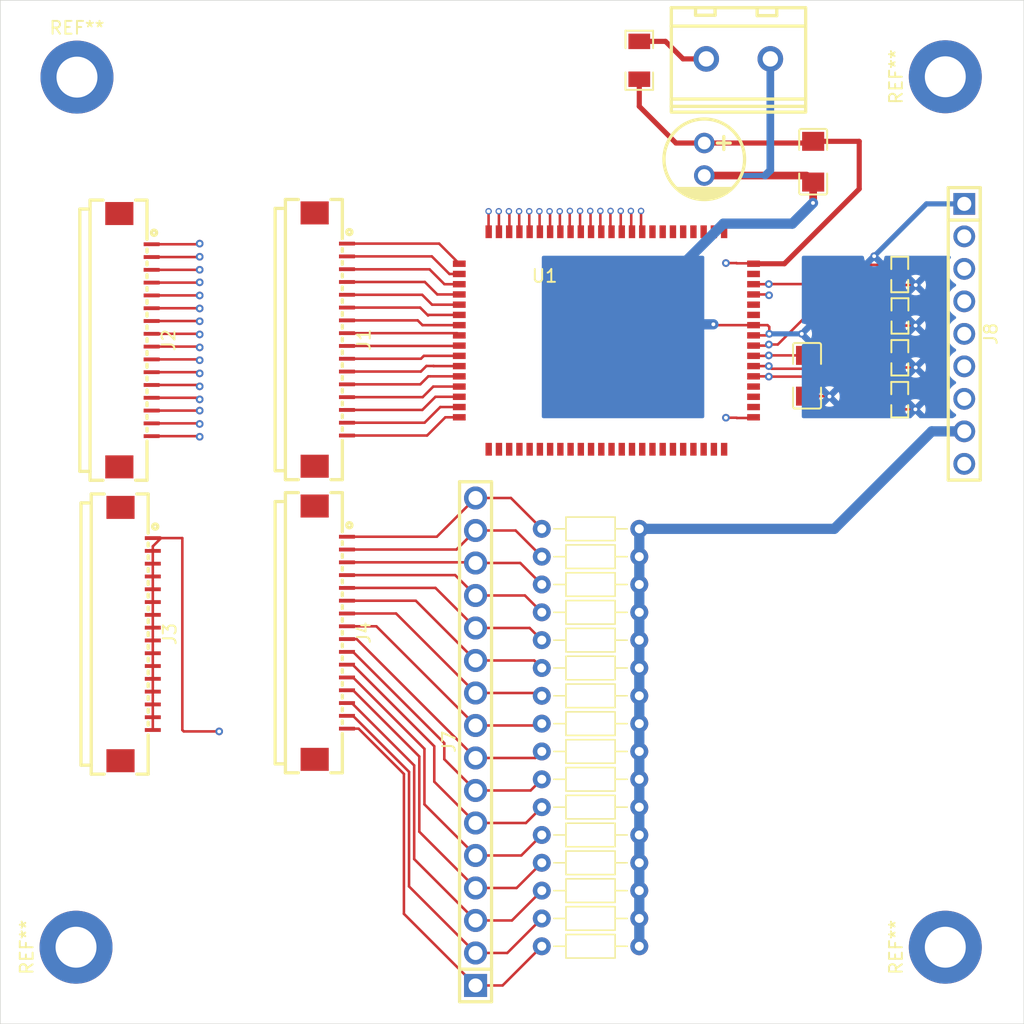
<source format=kicad_pcb>
(kicad_pcb (version 20241229) (generator "pcbnew") (generator_version "9.0")
  (layers (0 "F.Cu" signal) (4 "In1.Cu" signal) (6 "In2.Cu" signal) (2 "B.Cu" signal) (13 "F.Paste" user) (15 "B.Paste" user) (5 "F.SilkS" user "F.Silkscreen") (7 "B.SilkS" user "B.Silkscreen") (1 "F.Mask" user) (3 "B.Mask" user) (25 "Edge.Cuts" user))
  (net 0 "")
  (net 30 "Net-(J1-Pin_12)")
  (net 31 "Net-(J1-Pin_11)")
  (net 32 "Net-(J1-Pin_10)")
  (net 33 "Net-(J1-Pin_1)")
  (net 34 "Net-(J1-Pin_6)")
  (net 35 "Net-(J1-Pin_13)")
  (net 36 "Net-(J1-Pin_4)")
  (net 37 "Net-(J1-Pin_8)")
  (net 38 "Net-(J1-Pin_16)")
  (net 39 "Net-(J1-Pin_14)")
  (net 40 "Net-(J1-Pin_3)")
  (net 41 "Net-(J1-Pin_2)")
  (net 42 "Net-(J1-Pin_7)")
  (net 43 "Net-(J1-Pin_9)")
  (net 44 "Net-(J1-Pin_5)")
  (net 45 "Net-(J1-Pin_15)")
  (net 46 "Net-(J2-Pin_7)")
  (net 47 "Net-(J2-Pin_15)")
  (net 48 "Net-(J2-Pin_5)")
  (net 49 "Net-(J2-Pin_6)")
  (net 50 "Net-(J2-Pin_1)")
  (net 51 "Net-(J2-Pin_16)")
  (net 52 "Net-(J2-Pin_8)")
  (net 53 "Net-(J2-Pin_14)")
  (net 54 "Net-(J2-Pin_11)")
  (net 55 "Net-(J2-Pin_12)")
  (net 56 "Net-(J2-Pin_13)")
  (net 57 "Net-(J2-Pin_10)")
  (net 58 "Net-(J2-Pin_4)")
  (net 59 "Net-(J2-Pin_2)")
  (net 60 "Net-(J2-Pin_9)")
  (net 61 "Net-(J2-Pin_3)")
  (net 62 "GND")
  (net 63 "+100V")
  (net 73 "+3.3V")
  (net 74 "Net-(J4-Pin_8)")
  (net 75 "Net-(J4-Pin_1)")
  (net 76 "Net-(J4-Pin_15)")
  (net 77 "Net-(J4-Pin_16)")
  (net 78 "Net-(J4-Pin_13)")
  (net 79 "Net-(J4-Pin_14)")
  (net 80 "Net-(J4-Pin_2)")
  (net 81 "Net-(J4-Pin_3)")
  (net 82 "Net-(J4-Pin_12)")
  (net 83 "Net-(J4-Pin_4)")
  (net 84 "Net-(J4-Pin_9)")
  (net 85 "Net-(J4-Pin_10)")
  (net 86 "Net-(J4-Pin_7)")
  (net 87 "Net-(J4-Pin_11)")
  (net 88 "Net-(J4-Pin_6)")
  (net 89 "Net-(J4-Pin_5)")
  (net 90 "Net-(J8-Pin_5)")
  (net 91 "Net-(J5-Pin_1)")
  (net 92 "Net-(J8-Pin_3)")
  (net 93 "Net-(J8-Pin_6)")
  (net 94 "Net-(J8-Pin_2)")
  (net 95 "Net-(J8-Pin_7)")
  (net 96 "Net-(J8-Pin_4)")
  (net 97 "AGND")
  (footprint "" (layer "F.Cu") (at 108.562597 84.373753 -90)
    (property "Reference" "")
    (property "Value" "")
  )
  (footprint "" (layer "F.Cu") (at 106.973819 84.373753 -90)
    (property "Reference" "")
    (property "Value" "")
  )
  (footprint "" (layer "F.Cu") (at 121.92 93.98)
    (property "Reference" "")
    (property "Value" "")
  )
  (footprint "" (layer "F.Cu") (at 124.082827 98.875426 -90)
    (property "Reference" "")
    (property "Value" "")
  )
  (footprint "TP_Library:standard via" (layer "F.Cu") (at 74.860196 97.069567)
    (property "Reference" "REF**" (hide yes))
    (property "Value" "standard via" (hide yes))
  )
  (footprint "TP_Library:FPC-SMD_16P-P1.00_XF3M1-1615-1B" (layer "F.Cu") (at 69.934131 117.443277 -90)
    (property "Reference" "J3")
    (property "Value" "Conn_01x16_Pin")
  )
  (footprint "" (layer "F.Cu") (at 130.812057 93.334094)
    (property "Reference" "")
    (property "Value" "")
  )
  (footprint "" (layer "F.Cu") (at 109.356986 84.373753 -90)
    (property "Reference" "")
    (property "Value" "")
  )
  (footprint "" (layer "F.Cu") (at 119.344868 97.322985 -90)
    (property "Reference" "")
    (property "Value" "")
  )
  (footprint "" (layer "F.Cu") (at 115.991361 100.534379)
    (property "Reference" "")
    (property "Value" "")
  )
  (footprint "TP_Library:HDR-TH_16P-P2.54-V-M" (layer "F.Cu") (at 96.422876 125.859498 90)
    (property "Reference" "J7")
    (property "Value" "Conn_01x16_Pin")
  )
  (footprint "Resistor_THT:R_Axial_DIN0204_L3.6mm_D1.6mm_P7.62mm_Horizontal" (layer "F.Cu") (at 101.6 122.270769)
    (property "Reference" "R11" (hide yes))
    (property "Value" "10k" (hide yes))
  )
  (footprint "" (layer "F.Cu") (at 74.860196 102.022415)
    (property "Reference" "")
    (property "Value" "")
  )
  (footprint "" (layer "F.Cu") (at 102.207486 84.398924 -90)
    (property "Reference" "")
    (property "Value" "")
  )
  (footprint "" (layer "F.Cu") (at 104.590653 84.373753 -90)
    (property "Reference" "")
    (property "Value" "")
  )
  (footprint "" (layer "F.Cu") (at 105.385042 84.373753 -90)
    (property "Reference" "")
    (property "Value" "")
  )
  (footprint "TP_Library:standard via" (layer "F.Cu") (at 74.860196 99.102083)
    (property "Reference" "REF**" (hide yes))
    (property "Value" "standard via" (hide yes))
  )
  (footprint "TP_Library:R0603" (layer "F.Cu") (at 129.576112 99.123353 -90)
    (property "Reference" "R2" (hide yes))
    (property "Value" "10k" (hide yes))
  )
  (footprint "TP_Library:standard via" (layer "F.Cu") (at 74.860196 86.926339)
    (property "Reference" "REF**" (hide yes))
    (property "Value" "standard via" (hide yes))
  )
  (footprint "" (layer "F.Cu") (at 119.344868 95.666623 -90)
    (property "Reference" "")
    (property "Value" "")
  )
  (footprint "Resistor_THT:R_Axial_DIN0204_L3.6mm_D1.6mm_P7.62mm_Horizontal" (layer "F.Cu") (at 101.6 126.621025)
    (property "Reference" "R13" (hide yes))
    (property "Value" "10k" (hide yes))
  )
  (footprint "" (layer "F.Cu") (at 98.235542 84.398924 -90)
    (property "Reference" "")
    (property "Value" "")
  )
  (footprint "MountingHole:MountingHole_3.2mm_M3_ISO7380_Pad" (layer "F.Cu") (at 65.270284 73.914303)
    (property "Reference" "REF**")
    (property "Value" "MountingHole_3.2mm_M3_ISO7380_Pad" (hide yes))
  )
  (footprint "TP_Library:C1206" (layer "F.Cu") (at 122.810563 80.525201 -90)
    (property "Reference" "C2" (hide yes))
    (property "Value" "100nF")
  )
  (footprint "TP_Library:standard via" (layer "F.Cu") (at 74.860196 98.085945)
    (property "Reference" "REF**" (hide yes))
    (property "Value" "standard via" (hide yes))
  )
  (footprint "" (layer "F.Cu") (at 97.441153 84.398924 -90)
    (property "Reference" "")
    (property "Value" "")
  )
  (footprint "TP_Library:FPC-SMD_16P-P1.00_XF3M1-1615-1B" (layer "F.Cu") (at 69.843 94.476339 -90)
    (property "Reference" "J2")
    (property "Value" "Conn_01x16_Pin")
  )
  (footprint "TP_Library:R1206" (layer "F.Cu") (at 109.22 72.599 -90)
    (property "Reference" "R21" (hide yes))
    (property "Value" "68k")
  )
  (footprint "" (layer "F.Cu") (at 127.577796 87.906912)
    (property "Reference" "")
    (property "Value" "")
  )
  (footprint "" (layer "F.Cu") (at 103.796264 84.373753 -90)
    (property "Reference" "")
    (property "Value" "")
  )
  (footprint "HV507:HV507PG-G" (layer "F.Cu") (at 106.65 94.5)
    (property "Reference" "U1")
    (property "Value" "HV507")
  )
  (footprint "" (layer "F.Cu") (at 130.828107 90.164238 -90)
    (property "Reference" "")
    (property "Value" "")
  )
  (footprint "TP_Library:standard via" (layer "F.Cu") (at 74.860196 91.996185)
    (property "Reference" "REF**" (hide yes))
    (property "Value" "standard via" (hide yes))
  )
  (footprint "TP_Library:standard via" (layer "F.Cu") (at 119.344868 90.090665 -90)
    (property "Reference" "REF**" (hide yes))
    (property "Value" "standard via" (hide yes))
  )
  (footprint "TP_Library:standard via" (layer "F.Cu") (at 74.860196 90.979807)
    (property "Reference" "REF**" (hide yes))
    (property "Value" "standard via" (hide yes))
  )
  (footprint "Resistor_THT:R_Axial_DIN0204_L3.6mm_D1.6mm_P7.62mm_Horizontal" (layer "F.Cu") (at 101.6 135.321538)
    (property "Reference" "R17" (hide yes))
    (property "Value" "10k" (hide yes))
  )
  (footprint "" (layer "F.Cu") (at 115.010311 93.233679)
    (property "Reference" "")
    (property "Value" "")
  )
  (footprint "" (layer "F.Cu") (at 119.360792 90.963712 -90)
    (property "Reference" "")
    (property "Value" "")
  )
  (footprint "TP_Library:R0603" (layer "F.Cu") (at 129.584136 95.849173 -90)
    (property "Reference" "R4" (hide yes))
    (property "Value" "10k" (hide yes))
  )
  (footprint "MountingHole:MountingHole_3.2mm_M3_ISO7380_Pad" (layer "F.Cu") (at 65.195959 141.919829 90)
    (property "Reference" "REF**")
    (property "Value" "MountingHole_3.2mm_M3_ISO7380_Pad" (hide yes))
  )
  (footprint "Resistor_THT:R_Axial_DIN0204_L3.6mm_D1.6mm_P7.62mm_Horizontal" (layer "F.Cu") (at 101.6 128.796153)
    (property "Reference" "R14" (hide yes))
    (property "Value" "10k" (hide yes))
  )
  (footprint "" (layer "F.Cu") (at 76.385752 125.054224)
    (property "Reference" "")
    (property "Value" "")
  )
  (footprint "" (layer "F.Cu") (at 130.798013 99.879214)
    (property "Reference" "")
    (property "Value" "")
  )
  (footprint "TP_Library:R0603" (layer "F.Cu") (at 129.576112 89.340938 -90)
    (property "Reference" "R1" (hide yes))
    (property "Value" "10k" (hide yes))
  )
  (footprint "MountingHole:MountingHole_3.2mm_M3_ISO7380_Pad" (layer "F.Cu") (at 133.137304 141.919829 90)
    (property "Reference" "REF**")
    (property "Value" "MountingHole_3.2mm_M3_ISO7380_Pad" (hide yes))
  )
  (footprint "" (layer "F.Cu") (at 107.768208 84.373753 -90)
    (property "Reference" "")
    (property "Value" "")
  )
  (footprint "" (layer "F.Cu") (at 119.347987 94.812314 -90)
    (property "Reference" "")
    (property "Value" "")
  )
  (footprint "" (layer "F.Cu") (at 99.029931 84.398924 -90)
    (property "Reference" "")
    (property "Value" "")
  )
  (footprint "TP_Library:standard via" (layer "F.Cu") (at 74.860196 89.951869)
    (property "Reference" "REF**" (hide yes))
    (property "Value" "standard via" (hide yes))
  )
  (footprint "" (layer "F.Cu") (at 122.798732 83.747775)
    (property "Reference" "")
    (property "Value" "")
  )
  (footprint "TP_Library:standard via" (layer "F.Cu") (at 74.860196 95.041066)
    (property "Reference" "REF**" (hide yes))
    (property "Value" "standard via" (hide yes))
  )
  (footprint "TP_Library:R0603" (layer "F.Cu") (at 129.594168 92.580625 -90)
    (property "Reference" "R3" (hide yes))
    (property "Value" "10k" (hide yes))
  )
  (footprint "" (layer "F.Cu") (at 101.413097 84.398924 -90)
    (property "Reference" "")
    (property "Value" "")
  )
  (footprint "" (layer "F.Cu") (at 119.38 93.98 -90)
    (property "Reference" "")
    (property "Value" "")
  )
  (footprint "Resistor_THT:R_Axial_DIN0204_L3.6mm_D1.6mm_P7.62mm_Horizontal" (layer "F.Cu") (at 101.6 115.745384)
    (property "Reference" "R8" (hide yes))
    (property "Value" "10k" (hide yes))
  )
  (footprint "" (layer "F.Cu") (at 100.618708 84.398924 -90)
    (property "Reference" "")
    (property "Value" "")
  )
  (footprint "TP_Library:CAP-TH_BD6.3-P2.50-D1.0-FD" (layer "F.Cu") (at 114.3 80.335113 -90)
    (property "Reference" "C3" (hide yes))
    (property "Value" "4.7uF" (hide yes))
  )
  (footprint "Resistor_THT:R_Axial_DIN0204_L3.6mm_D1.6mm_P7.62mm_Horizontal" (layer "F.Cu") (at 101.6 130.971281)
    (property "Reference" "R15" (hide yes))
    (property "Value" "10k" (hide yes))
  )
  (footprint "TP_Library:CONN-TH_2P-P5.00_CPC3703CTR" (layer "F.Cu") (at 116.958463 72.488678)
    (property "Reference" "J5" (hide yes))
    (property "Value" "Conn_01x02_Pin" (hide yes))
  )
  (footprint "Resistor_THT:R_Axial_DIN0204_L3.6mm_D1.6mm_P7.62mm_Horizontal" (layer "F.Cu") (at 101.6 113.570256)
    (property "Reference" "R7" (hide yes))
    (property "Value" "10k" (hide yes))
  )
  (footprint "TP_Library:FPC-SMD_16P-P1.00_XF3M1-1615-1B" (layer "F.Cu") (at 85.110196 94.426339 -90)
    (property "Reference" "J1")
    (property "Value" "Conn_01x16_Pin")
  )
  (footprint "TP_Library:standard via" (layer "F.Cu") (at 74.860196 87.954277)
    (property "Reference" "REF**" (hide yes))
    (property "Value" "standard via" (hide yes))
  )
  (footprint "Resistor_THT:R_Axial_DIN0204_L3.6mm_D1.6mm_P7.62mm_Horizontal" (layer "F.Cu") (at 101.6 111.395128)
    (property "Reference" "R6" (hide yes))
    (property "Value" "10k" (hide yes))
  )
  (footprint "" (layer "F.Cu") (at 115.991361 88.447098)
    (property "Reference" "")
    (property "Value" "")
  )
  (footprint "" (layer "F.Cu") (at 130.824093 96.607428)
    (property "Reference" "")
    (property "Value" "")
  )
  (footprint "Resistor_THT:R_Axial_DIN0204_L3.6mm_D1.6mm_P7.62mm_Horizontal" (layer "F.Cu") (at 101.6 133.146409)
    (property "Reference" "R16" (hide yes))
    (property "Value" "10k" (hide yes))
  )
  (footprint "TP_Library:standard via" (layer "F.Cu") (at 74.860196 94.024688)
    (property "Reference" "REF**" (hide yes))
    (property "Value" "standard via" (hide yes))
  )
  (footprint "" (layer "F.Cu") (at 119.344868 96.5 -90)
    (property "Reference" "")
    (property "Value" "")
  )
  (footprint "Resistor_THT:R_Axial_DIN0204_L3.6mm_D1.6mm_P7.62mm_Horizontal" (layer "F.Cu") (at 101.6 117.920513)
    (property "Reference" "R9" (hide yes))
    (property "Value" "10k" (hide yes))
  )
  (footprint "TP_Library:C1206" (layer "F.Cu") (at 122.331947 97.256505 -90)
    (property "Reference" "C1" (hide yes))
    (property "Value" "100nF" (hide yes))
  )
  (footprint "TP_Library:standard via" (layer "F.Cu") (at 74.860196 88.970655)
    (property "Reference" "REF**" (hide yes))
    (property "Value" "standard via" (hide yes))
  )
  (footprint "TP_Library:standard via" (layer "F.Cu") (at 74.860196 99.978682)
    (property "Reference" "REF**" (hide yes))
    (property "Value" "standard via" (hide yes))
  )
  (footprint "TP_Library:standard via" (layer "F.Cu") (at 74.860196 101.022196)
    (property "Reference" "REF**" (hide yes))
    (property "Value" "standard via" (hide yes))
  )
  (footprint "TP_Library:standard via" (layer "F.Cu") (at 74.860196 96.041629)
    (property "Reference" "REF**" (hide yes))
    (property "Value" "standard via" (hide yes))
  )
  (footprint "Resistor_THT:R_Axial_DIN0204_L3.6mm_D1.6mm_P7.62mm_Horizontal" (layer "F.Cu") (at 101.6 141.846922)
    (property "Reference" "R20" (hide yes))
    (property "Value" "10k" (hide yes))
  )
  (footprint "TP_Library:HDR-TH_9P-P2.54-V-M" (layer "F.Cu") (at 134.62 93.98 -90)
    (property "Reference" "J8")
    (property "Value" "conn 9" (hide yes))
  )
  (footprint "" (layer "F.Cu") (at 106.179431 84.373753 -90)
    (property "Reference" "")
    (property "Value" "")
  )
  (footprint "TP_Library:FPC-SMD_16P-P1.00_XF3M1-1615-1B" (layer "F.Cu") (at 85.109851 117.337046 -90)
    (property "Reference" "J4")
    (property "Value" "Conn_01x16_Pin")
  )
  (footprint "" (layer "F.Cu") (at 99.82432 84.398924 -90)
    (property "Reference" "")
    (property "Value" "")
  )
  (footprint "Resistor_THT:R_Axial_DIN0204_L3.6mm_D1.6mm_P7.62mm_Horizontal" (layer "F.Cu") (at 101.6 120.095641)
    (property "Reference" "R10" (hide yes))
    (property "Value" "10k" (hide yes))
  )
  (footprint "MountingHole:MountingHole_3.2mm_M3_ISO7380_Pad" (layer "F.Cu") (at 133.137304 73.885921 90)
    (property "Reference" "REF**")
    (property "Value" "MountingHole_3.2mm_M3_ISO7380_Pad" (hide yes))
  )
  (footprint "Resistor_THT:R_Axial_DIN0204_L3.6mm_D1.6mm_P7.62mm_Horizontal" (layer "F.Cu") (at 101.6 137.496666)
    (property "Reference" "R18" (hide yes))
    (property "Value" "10k" (hide yes))
  )
  (footprint "" (layer "F.Cu") (at 103.001875 84.398924 -90)
    (property "Reference" "")
    (property "Value" "")
  )
  (footprint "Resistor_THT:R_Axial_DIN0204_L3.6mm_D1.6mm_P7.62mm_Horizontal" (layer "F.Cu") (at 101.6 139.671794)
    (property "Reference" "R19" (hide yes))
    (property "Value" "10k" (hide yes))
  )
  (footprint "TP_Library:standard via" (layer "F.Cu") (at 74.860196 92.99675)
    (property "Reference" "REF**" (hide yes))
    (property "Value" "standard via" (hide yes))
  )
  (footprint "Resistor_THT:R_Axial_DIN0204_L3.6mm_D1.6mm_P7.62mm_Horizontal" (layer "F.Cu") (at 101.6 109.22)
    (property "Reference" "R5" (hide yes))
    (property "Value" "10k" (hide yes))
  )
  (footprint "Resistor_THT:R_Axial_DIN0204_L3.6mm_D1.6mm_P7.62mm_Horizontal" (layer "F.Cu") (at 101.6 124.445897)
    (property "Reference" "R12" (hide yes))
    (property "Value" "10k" (hide yes))
  )
  (gr_rect (start 59.278456 67.911143) (end 139.278456 147.911143) (stroke (width 0.05)) (fill no) (layer "Edge.Cuts"))
  (segment (start 92.102683 97.926339) (end 92.729022 97.3) (width 0.2) (layer "F.Cu") (net 30))
  (segment (start 92.87201 97.3) (end 95.15 97.3) (width 0.2) (layer "F.Cu") (net 30))
  (segment (start 92.729022 97.3) (end 92.87201 97.3) (width 0.2) (layer "F.Cu") (net 30))
  (segment (start 86.020196 97.926339) (end 92.102683 97.926339) (width 0.2) (layer "F.Cu") (net 30))
  (segment (start 92.584235 96.490168) (end 93.138834 96.490168) (width 0.2) (layer "F.Cu") (net 31))
  (segment (start 93.148666 96.5) (end 95.15 96.5) (width 0.2) (layer "F.Cu") (net 31))
  (segment (start 93.138834 96.490168) (end 93.148666 96.5) (width 0.2) (layer "F.Cu") (net 31))
  (segment (start 92.148064 96.926339) (end 92.584235 96.490168) (width 0.2) (layer "F.Cu") (net 31))
  (segment (start 86.020196 96.926339) (end 92.148064 96.926339) (width 0.2) (layer "F.Cu") (net 31))
  (segment (start 92.378012 95.7) (end 95.15 95.7) (width 0.2) (layer "F.Cu") (net 32))
  (segment (start 86.020196 95.926339) (end 92.151673 95.926339) (width 0.2) (layer "F.Cu") (net 32))
  (segment (start 92.151673 95.926339) (end 92.378012 95.7) (width 0.2) (layer "F.Cu") (net 32))
  (segment (start 86.020196 86.926339) (end 93.576339 86.926339) (width 0.2) (layer "F.Cu") (net 33))
  (segment (start 93.576339 86.926339) (end 95.15 88.5) (width 0.2) (layer "F.Cu") (net 33))
  (segment (start 92.709156 92.543039) (end 92.752195 92.5) (width 0.2) (layer "F.Cu") (net 34))
  (segment (start 92.092456 91.926339) (end 92.709156 92.543039) (width 0.2) (layer "F.Cu") (net 34))
  (segment (start 92.752195 92.5) (end 95.15 92.5) (width 0.2) (layer "F.Cu") (net 34))
  (segment (start 86.020196 91.926339) (end 92.092456 91.926339) (width 0.2) (layer "F.Cu") (net 34))
  (segment (start 92.288499 98.926339) (end 93.114838 98.1) (width 0.2) (layer "F.Cu") (net 35))
  (segment (start 93.114838 98.1) (end 95.15 98.1) (width 0.2) (layer "F.Cu") (net 35))
  (segment (start 86.020196 98.926339) (end 92.288499 98.926339) (width 0.2) (layer "F.Cu") (net 35))
  (segment (start 92.458495 89.926339) (end 93.432156 90.9) (width 0.2) (layer "F.Cu") (net 36))
  (segment (start 86.020196 89.926339) (end 92.458495 89.926339) (width 0.2) (layer "F.Cu") (net 36))
  (segment (start 93.432156 90.9) (end 95.15 90.9) (width 0.2) (layer "F.Cu") (net 36))
  (segment (start 94.976339 93.926339) (end 95.15 94.1) (width 0.2) (layer "F.Cu") (net 37))
  (segment (start 86.020196 93.926339) (end 94.976339 93.926339) (width 0.2) (layer "F.Cu") (net 37))
  (segment (start 94.061424 100.5) (end 95.15 100.5) (width 0.2) (layer "F.Cu") (net 38))
  (segment (start 86.020196 101.926339) (end 92.635085 101.926339) (width 0.2) (layer "F.Cu") (net 38))
  (segment (start 92.635085 101.926339) (end 94.061424 100.5) (width 0.2) (layer "F.Cu") (net 38))
  (segment (start 92.263452 99.926339) (end 93.289791 98.9) (width 0.2) (layer "F.Cu") (net 39))
  (segment (start 86.020196 99.926339) (end 92.263452 99.926339) (width 0.2) (layer "F.Cu") (net 39))
  (segment (start 93.289791 98.9) (end 95.15 98.9) (width 0.2) (layer "F.Cu") (net 39))
  (segment (start 93.99137 90.1) (end 95.15 90.1) (width 0.2) (layer "F.Cu") (net 40))
  (segment (start 86.020196 88.926339) (end 86.029105 88.935248) (width 0.2) (layer "F.Cu") (net 40))
  (segment (start 92.826618 88.935248) (end 93.99137 90.1) (width 0.2) (layer "F.Cu") (net 40))
  (segment (start 86.029105 88.935248) (end 92.826618 88.935248) (width 0.2) (layer "F.Cu") (net 40))
  (segment (start 86.020196 87.926339) (end 93.006339 87.926339) (width 0.2) (layer "F.Cu") (net 41))
  (segment (start 86.020196 87.926339) (end 86.320196 87.926339) (width 0.2) (layer "F.Cu") (net 41))
  (segment (start 86.320196 87.926339) (end 86.349331 87.955474) (width 0.2) (layer "F.Cu") (net 41))
  (segment (start 93.006339 87.926339) (end 94.38 89.3) (width 0.2) (layer "F.Cu") (net 41))
  (segment (start 94.38 89.3) (end 95.15 89.3) (width 0.2) (layer "F.Cu") (net 41))
  (segment (start 86.020196 92.926339) (end 91.901045 92.926339) (width 0.2) (layer "F.Cu") (net 42))
  (segment (start 91.901045 92.926339) (end 92.274706 93.3) (width 0.2) (layer "F.Cu") (net 42))
  (segment (start 92.274706 93.3) (end 95.15 93.3) (width 0.2) (layer "F.Cu") (net 42))
  (segment (start 86.020196 94.926339) (end 95.123661 94.926339) (width 0.2) (layer "F.Cu") (net 43))
  (segment (start 95.123661 94.926339) (end 95.15 94.9) (width 0.2) (layer "F.Cu") (net 43))
  (segment (start 92.250305 90.926339) (end 93.023966 91.7) (width 0.2) (layer "F.Cu") (net 44))
  (segment (start 93.023966 91.7) (end 95.15 91.7) (width 0.2) (layer "F.Cu") (net 44))
  (segment (start 86.020196 90.926339) (end 92.250305 90.926339) (width 0.2) (layer "F.Cu") (net 44))
  (segment (start 93.66442 99.7) (end 95.15 99.7) (width 0.2) (layer "F.Cu") (net 45))
  (segment (start 86.020196 100.926339) (end 92.438081 100.926339) (width 0.2) (layer "F.Cu") (net 45))
  (segment (start 92.438081 100.926339) (end 93.66442 99.7) (width 0.2) (layer "F.Cu") (net 45))
  (segment (start 104.591736 85.941736) (end 104.65 86) (width 0.2) (layer "F.Cu") (net 46))
  (segment (start 104.591736 84.373753) (end 104.591736 85.941736) (width 0.2) (layer "F.Cu") (net 46))
  (segment (start 71.106 92.976339) (end 74.839785 92.976339) (width 0.2) (layer "F.Cu") (net 46))
  (segment (start 74.839785 92.976339) (end 74.860196 92.99675) (width 0.2) (layer "F.Cu") (net 46))
  (segment (start 74.814339 100.976339) (end 74.860196 101.022196) (width 0.2) (layer "F.Cu") (net 47))
  (segment (start 98.248773 85.998773) (end 98.25 86) (width 0.2) (layer "F.Cu") (net 47))
  (segment (start 71.106 100.976339) (end 74.814339 100.976339) (width 0.2) (layer "F.Cu") (net 47))
  (segment (start 98.248773 84.398924) (end 98.248773 85.998773) (width 0.2) (layer "F.Cu") (net 47))
  (segment (start 74.856728 90.976339) (end 74.860196 90.979807) (width 0.2) (layer "F.Cu") (net 48))
  (segment (start 71.106 90.976339) (end 74.856728 90.976339) (width 0.2) (layer "F.Cu") (net 48))
  (segment (start 106.177449 85.927449) (end 106.25 86) (width 0.2) (layer "F.Cu") (net 48))
  (segment (start 106.177449 84.373753) (end 106.177449 85.927449) (width 0.2) (layer "F.Cu") (net 48))
  (segment (start 105.40909 85.95909) (end 105.45 86) (width 0.2) (layer "F.Cu") (net 49))
  (segment (start 74.84035 91.976339) (end 74.860196 91.996185) (width 0.2) (layer "F.Cu") (net 49))
  (segment (start 105.40909 84.373753) (end 105.40909 85.95909) (width 0.2) (layer "F.Cu") (net 49))
  (segment (start 71.106 91.976339) (end 74.84035 91.976339) (width 0.2) (layer "F.Cu") (net 49))
  (segment (start 74.810196 86.976339) (end 74.860196 86.926339) (width 0.2) (layer "F.Cu") (net 50))
  (segment (start 71.106 86.976339) (end 74.810196 86.976339) (width 0.2) (layer "F.Cu") (net 50))
  (segment (start 109.356986 85.906986) (end 109.45 86) (width 0.2) (layer "F.Cu") (net 50))
  (segment (start 109.356986 84.373753) (end 109.356986 85.906986) (width 0.2) (layer "F.Cu") (net 50))
  (segment (start 74.81412 101.976339) (end 74.860196 102.022415) (width 0.2) (layer "F.Cu") (net 51))
  (segment (start 71.106 101.976339) (end 74.81412 101.976339) (width 0.2) (layer "F.Cu") (net 51))
  (segment (start 97.441153 85.991153) (end 97.45 86) (width 0.2) (layer "F.Cu") (net 51))
  (segment (start 97.441153 84.398924) (end 97.441153 85.991153) (width 0.2) (layer "F.Cu") (net 51))
  (segment (start 103.784116 85.934116) (end 103.85 86) (width 0.2) (layer "F.Cu") (net 52))
  (segment (start 103.784116 84.373753) (end 103.784116 85.934116) (width 0.2) (layer "F.Cu") (net 52))
  (segment (start 74.811847 93.976339) (end 74.860196 94.024688) (width 0.2) (layer "F.Cu") (net 52))
  (segment (start 71.106 93.976339) (end 74.811847 93.976339) (width 0.2) (layer "F.Cu") (net 52))
  (segment (start 74.857853 99.976339) (end 74.860196 99.978682) (width 0.2) (layer "F.Cu") (net 53))
  (segment (start 99.066127 85.983873) (end 99.05 86) (width 0.2) (layer "F.Cu") (net 53))
  (segment (start 71.106 99.976339) (end 74.857853 99.976339) (width 0.2) (layer "F.Cu") (net 53))
  (segment (start 99.066127 84.398924) (end 99.066127 85.983873) (width 0.2) (layer "F.Cu") (net 53))
  (segment (start 101.42831 84.398924) (end 101.42831 85.97831) (width 0.2) (layer "F.Cu") (net 54))
  (segment (start 71.106 96.976339) (end 74.766968 96.976339) (width 0.2) (layer "F.Cu") (net 54))
  (segment (start 101.42831 85.97831) (end 101.45 86) (width 0.2) (layer "F.Cu") (net 54))
  (segment (start 74.766968 96.976339) (end 74.860196 97.069567) (width 0.2) (layer "F.Cu") (net 54))
  (segment (start 100.62069 84.398924) (end 100.62069 85.97069) (width 0.2) (layer "F.Cu") (net 55))
  (segment (start 71.106 97.976339) (end 74.75059 97.976339) (width 0.2) (layer "F.Cu") (net 55))
  (segment (start 74.75059 97.976339) (end 74.860196 98.085945) (width 0.2) (layer "F.Cu") (net 55))
  (segment (start 100.62069 85.97069) (end 100.65 86) (width 0.2) (layer "F.Cu") (net 55))
  (segment (start 99.834486 85.984486) (end 99.85 86) (width 0.2) (layer "F.Cu") (net 56))
  (segment (start 99.834486 84.398924) (end 99.834486 85.984486) (width 0.2) (layer "F.Cu") (net 56))
  (segment (start 74.734452 98.976339) (end 74.860196 99.102083) (width 0.2) (layer "F.Cu") (net 56))
  (segment (start 71.106 98.976339) (end 74.734452 98.976339) (width 0.2) (layer "F.Cu") (net 56))
  (segment (start 74.794906 95.976339) (end 74.860196 96.041629) (width 0.2) (layer "F.Cu") (net 57))
  (segment (start 102.245664 84.398924) (end 102.245664 85.995664) (width 0.2) (layer "F.Cu") (net 57))
  (segment (start 71.106 95.976339) (end 74.794906 95.976339) (width 0.2) (layer "F.Cu") (net 57))
  (segment (start 102.245664 85.995664) (end 102.25 86) (width 0.2) (layer "F.Cu") (net 57))
  (segment (start 106.963653 84.373753) (end 106.963653 85.913653) (width 0.2) (layer "F.Cu") (net 58))
  (segment (start 71.106 89.976339) (end 74.835726 89.976339) (width 0.2) (layer "F.Cu") (net 58))
  (segment (start 106.963653 85.913653) (end 107.05 86) (width 0.2) (layer "F.Cu") (net 58))
  (segment (start 74.835726 89.976339) (end 74.860196 89.951869) (width 0.2) (layer "F.Cu") (net 58))
  (segment (start 108.588627 85.938627) (end 108.65 86) (width 0.2) (layer "F.Cu") (net 59))
  (segment (start 71.106 87.976339) (end 74.838134 87.976339) (width 0.2) (layer "F.Cu") (net 59))
  (segment (start 74.838134 87.976339) (end 74.860196 87.954277) (width 0.2) (layer "F.Cu") (net 59))
  (segment (start 108.588627 84.373753) (end 108.588627 85.938627) (width 0.2) (layer "F.Cu") (net 59))
  (segment (start 71.106 94.976339) (end 74.795469 94.976339) (width 0.2) (layer "F.Cu") (net 60))
  (segment (start 103.014023 84.398924) (end 103.014023 85.964023) (width 0.2) (layer "F.Cu") (net 60))
  (segment (start 74.795469 94.976339) (end 74.860196 95.041066) (width 0.2) (layer "F.Cu") (net 60))
  (segment (start 103.014023 85.964023) (end 103.05 86) (width 0.2) (layer "F.Cu") (net 60))
  (segment (start 74.854512 88.976339) (end 74.860196 88.970655) (width 0.2) (layer "F.Cu") (net 61))
  (segment (start 107.771273 85.921273) (end 107.85 86) (width 0.2) (layer "F.Cu") (net 61))
  (segment (start 71.106 88.976339) (end 74.854512 88.976339) (width 0.2) (layer "F.Cu") (net 61))
  (segment (start 107.771273 84.373753) (end 107.771273 85.921273) (width 0.2) (layer "F.Cu") (net 61))
  (segment (start 122.810563 82.117701) (end 122.810563 83.735944) (width 0.6) (layer "F.Cu") (net 62))
  (segment (start 124.056406 98.849005) (end 124.082827 98.875426) (width 0.2) (layer "F.Cu") (net 62))
  (segment (start 119.245697 93.3) (end 119.38 93.434303) (width 0.2) (layer "F.Cu") (net 62))
  (segment (start 129.594199 93.334094) (end 129.594168 93.334125) (width 0.2) (layer "F.Cu") (net 62))
  (segment (start 130.685877 90.094438) (end 130.785873 90.194434) (width 0.2) (layer "F.Cu") (net 62))
  (segment (start 122.297975 81.605113) (end 114.3 81.605113) (width 0.6) (layer "F.Cu") (net 62))
  (segment (start 130.828107 90.164238) (end 129.645912 90.164238) (width 0.2) (layer "F.Cu") (net 62))
  (segment (start 119.54136 72.567075) (end 119.462963 72.488678) (width 0.2) (layer "F.Cu") (net 62))
  (segment (start 122.810563 83.735944) (end 122.798732 83.747775) (width 0.2) (layer "F.Cu") (net 62))
  (segment (start 129.588891 96.607428) (end 129.584136 96.602673) (width 0.2) (layer "F.Cu") (net 62))
  (segment (start 119.26 94.1) (end 118.15 94.1) (width 0.2) (layer "F.Cu") (net 62))
  (segment (start 118.15 93.3) (end 115.076632 93.3) (width 0.2) (layer "F.Cu") (net 62))
  (segment (start 122.297975 81.605113) (end 122.810563 82.117701) (width 0.2) (layer "F.Cu") (net 62))
  (segment (start 119.38 93.98) (end 119.26 94.1) (width 0.2) (layer "F.Cu") (net 62))
  (segment (start 122.331947 98.849005) (end 124.056406 98.849005) (width 0.2) (layer "F.Cu") (net 62))
  (segment (start 130.635745 93.334125) (end 130.801357 93.499737) (width 0.2) (layer "F.Cu") (net 62))
  (segment (start 129.645912 90.164238) (end 129.576112 90.094438) (width 0.2) (layer "F.Cu") (net 62))
  (segment (start 129.576112 99.841096) (end 129.576112 99.876853) (width 0.2) (layer "F.Cu") (net 62))
  (segment (start 130.798013 99.879214) (end 129.578473 99.879214) (width 0.2) (layer "F.Cu") (net 62))
  (segment (start 129.578473 99.879214) (end 129.576112 99.876853) (width 0.2) (layer "F.Cu") (net 62))
  (segment (start 119.38 93.434303) (end 119.38 93.98) (width 0.2) (layer "F.Cu") (net 62))
  (segment (start 130.812057 93.334094) (end 129.594199 93.334094) (width 0.2) (layer "F.Cu") (net 62))
  (segment (start 115.076632 93.3) (end 115.010311 93.233679) (width 0.2) (layer "F.Cu") (net 62))
  (segment (start 130.824093 96.607428) (end 129.588891 96.607428) (width 0.2) (layer "F.Cu") (net 62))
  (segment (start 118.15 93.3) (end 119.245697 93.3) (width 0.2) (layer "F.Cu") (net 62))
  (segment (start 119.462963 72.645472) (end 119.54136 72.567075) (width 0.8) (layer "F.Cu") (net 62))
  (segment (start 129.576112 99.841096) (end 129.558056 99.82304) (width 0.2) (layer "F.Cu") (net 62))
  (segment (start 119.462963 72.488678) (end 119.462963 81.197037) (width 0.6) (layer "B.Cu") (net 62))
  (segment (start 112.566713 93.185529) (end 112.614863 93.233679) (width 0.8) (layer "B.Cu") (net 62))
  (segment (start 122.798732 83.747775) (end 121.179492 85.367015) (width 0.8) (layer "B.Cu") (net 62))
  (segment (start 119.054887 81.605113) (end 117.345571 81.605113) (width 0.4) (layer "B.Cu") (net 62))
  (segment (start 115.798762 85.367015) (end 112.542844 88.622933) (width 0.8) (layer "B.Cu") (net 62))
  (segment (start 119.462963 81.197037) (end 119.054887 81.605113) (width 0.6) (layer "B.Cu") (net 62))
  (segment (start 112.554675 93.185529) (end 112.566713 93.185529) (width 0.8) (layer "B.Cu") (net 62))
  (segment (start 119.38 93.98) (end 121.92 93.98) (width 0.4) (layer "B.Cu") (net 62))
  (segment (start 112.542844 88.622933) (end 112.554675 88.634764) (width 0.8) (layer "B.Cu") (net 62))
  (segment (start 112.554675 88.634764) (end 112.554675 93.185529) (width 0.8) (layer "B.Cu") (net 62))
  (segment (start 121.179492 85.367015) (end 115.798762 85.367015) (width 0.8) (layer "B.Cu") (net 62))
  (segment (start 134.62 83.82) (end 131.664708 83.82) (width 0.4) (layer "B.Cu") (net 62))
  (segment (start 131.664708 83.82) (end 127.577796 87.906912) (width 0.4) (layer "B.Cu") (net 62))
  (segment (start 112.614863 93.233679) (end 115.010311 93.233679) (width 0.8) (layer "B.Cu") (net 62))
  (segment (start 116.84 88.467276) (end 116.819822 88.447098) (width 0.2) (layer "F.Cu") (net 63))
  (segment (start 118.15 88.5) (end 120.562329 88.5) (width 0.4) (layer "F.Cu") (net 63))
  (segment (start 118.095443 100.554557) (end 118.15 100.5) (width 0.2) (layer "F.Cu") (net 63))
  (segment (start 121.980289 79.065113) (end 114.3 79.065113) (width 0.4) (layer "F.Cu") (net 63))
  (segment (start 126.410063 78.932701) (end 122.810563 78.932701) (width 0.4) (layer "F.Cu") (net 63))
  (segment (start 116.84 100.554557) (end 116.819822 100.534379) (width 0.2) (layer "F.Cu") (net 63))
  (segment (start 112.085113 79.065113) (end 109.22 76.2) (width 0.4) (layer "F.Cu") (net 63))
  (segment (start 114.3 79.065113) (end 112.085113 79.065113) (width 0.4) (layer "F.Cu") (net 63))
  (segment (start 116.84 100.554557) (end 118.095443 100.554557) (width 0.2) (layer "F.Cu") (net 63))
  (segment (start 116.819822 88.447098) (end 115.991361 88.447098) (width 0.2) (layer "F.Cu") (net 63))
  (segment (start 122.810563 78.932701) (end 122.112701 78.932701) (width 0.2) (layer "F.Cu") (net 63))
  (segment (start 126.410063 78.932701) (end 126.410063 82.652266) (width 0.4) (layer "F.Cu") (net 63))
  (segment (start 116.84 88.467276) (end 118.117276 88.467276) (width 0.2) (layer "F.Cu") (net 63))
  (segment (start 118.117276 88.467276) (end 118.15 88.5) (width 0.2) (layer "F.Cu") (net 63))
  (segment (start 126.410063 82.652266) (end 120.562329 88.5) (width 0.4) (layer "F.Cu") (net 63))
  (segment (start 116.819822 100.534379) (end 115.991361 100.534379) (width 0.2) (layer "F.Cu") (net 63))
  (segment (start 122.112701 78.932701) (end 121.980289 79.065113) (width 0.2) (layer "F.Cu") (net 63))
  (segment (start 109.22 76.2) (end 109.22 74.078) (width 0.4) (layer "F.Cu") (net 63))
  (segment (start 73.615274 125.054224) (end 76.385752 125.054224) (width 0.2) (layer "F.Cu") (net 73))
  (segment (start 73.504327 109.943277) (end 73.504327 124.943277) (width 0.2) (layer "F.Cu") (net 73))
  (segment (start 71.197131 109.943277) (end 71.843277 109.943277) (width 0.2) (layer "F.Cu") (net 73))
  (segment (start 73.504327 124.943277) (end 73.615274 125.054224) (width 0.2) (layer "F.Cu") (net 73))
  (segment (start 71.843277 109.943277) (end 71.197131 110.589423) (width 0.2) (layer "F.Cu") (net 73))
  (segment (start 71.197131 110.589423) (end 71.197131 124.943277) (width 0.2) (layer "F.Cu") (net 73))
  (segment (start 71.843277 109.943277) (end 73.504327 109.943277) (width 0.2) (layer "F.Cu") (net 73))
  (segment (start 88.670424 116.837046) (end 96.422876 124.589498) (width 0.2) (layer "F.Cu") (net 74))
  (segment (start 96.422876 124.589498) (end 101.456399 124.589498) (width 0.2) (layer "F.Cu") (net 74))
  (segment (start 86.372851 116.837046) (end 88.670424 116.837046) (width 0.2) (layer "F.Cu") (net 74))
  (segment (start 101.456399 124.589498) (end 101.6 124.445897) (width 0.2) (layer "F.Cu") (net 74))
  (segment (start 96.422876 106.809498) (end 99.189498 106.809498) (width 0.2) (layer "F.Cu") (net 75))
  (segment (start 86.372851 109.837046) (end 93.395328 109.837046) (width 0.2) (layer "F.Cu") (net 75))
  (segment (start 93.395328 109.837046) (end 96.422876 106.809498) (width 0.2) (layer "F.Cu") (net 75))
  (segment (start 99.189498 106.809498) (end 101.6 109.22) (width 0.2) (layer "F.Cu") (net 75))
  (segment (start 98.902296 142.369498) (end 101.6 139.671794) (width 0.2) (layer "F.Cu") (net 76))
  (segment (start 91.224424 128.213619) (end 91.224424 137.171046) (width 0.2) (layer "F.Cu") (net 76))
  (segment (start 96.422876 142.369498) (end 98.902296 142.369498) (width 0.2) (layer "F.Cu") (net 76))
  (segment (start 86.847851 123.837046) (end 91.224424 128.213619) (width 0.2) (layer "F.Cu") (net 76))
  (segment (start 91.224424 137.171046) (end 96.422876 142.369498) (width 0.2) (layer "F.Cu") (net 76))
  (segment (start 86.372851 123.837046) (end 86.847851 123.837046) (width 0.2) (layer "F.Cu") (net 76))
  (segment (start 98.537424 144.909498) (end 101.6 141.846922) (width 0.2) (layer "F.Cu") (net 77))
  (segment (start 90.823424 128.379719) (end 90.823424 139.310046) (width 0.2) (layer "F.Cu") (net 77))
  (segment (start 90.823424 139.310046) (end 96.422876 144.909498) (width 0.2) (layer "F.Cu") (net 77))
  (segment (start 87.280751 124.837046) (end 90.823424 128.379719) (width 0.2) (layer "F.Cu") (net 77))
  (segment (start 96.422876 144.909498) (end 98.537424 144.909498) (width 0.2) (layer "F.Cu") (net 77))
  (segment (start 86.372851 124.837046) (end 87.280751 124.837046) (width 0.2) (layer "F.Cu") (net 77))
  (segment (start 92.026424 132.893046) (end 96.422876 137.289498) (width 0.2) (layer "F.Cu") (net 78))
  (segment (start 92.026424 127.015619) (end 92.026424 132.893046) (width 0.2) (layer "F.Cu") (net 78))
  (segment (start 86.847851 121.837046) (end 92.026424 127.015619) (width 0.2) (layer "F.Cu") (net 78))
  (segment (start 96.422876 137.289498) (end 99.63204 137.289498) (width 0.2) (layer "F.Cu") (net 78))
  (segment (start 86.372851 121.837046) (end 86.847851 121.837046) (width 0.2) (layer "F.Cu") (net 78))
  (segment (start 99.63204 137.289498) (end 101.6 135.321538) (width 0.2) (layer "F.Cu") (net 78))
  (segment (start 91.625424 127.712619) (end 91.625424 135.032046) (width 0.2) (layer "F.Cu") (net 79))
  (segment (start 86.749851 122.837046) (end 91.625424 127.712619) (width 0.2) (layer "F.Cu") (net 79))
  (segment (start 96.422876 139.829498) (end 99.267168 139.829498) (width 0.2) (layer "F.Cu") (net 79))
  (segment (start 86.372851 122.837046) (end 86.749851 122.837046) (width 0.2) (layer "F.Cu") (net 79))
  (segment (start 91.625424 135.032046) (end 96.422876 139.829498) (width 0.2) (layer "F.Cu") (net 79))
  (segment (start 99.267168 139.829498) (end 101.6 137.496666) (width 0.2) (layer "F.Cu") (net 79))
  (segment (start 96.422876 109.349498) (end 99.55437 109.349498) (width 0.2) (layer "F.Cu") (net 80))
  (segment (start 99.55437 109.349498) (end 101.6 111.395128) (width 0.2) (layer "F.Cu") (net 80))
  (segment (start 86.372851 110.837046) (end 94.935328 110.837046) (width 0.2) (layer "F.Cu") (net 80))
  (segment (start 94.935328 110.837046) (end 96.422876 109.349498) (width 0.2) (layer "F.Cu") (net 80))
  (segment (start 96.370424 111.837046) (end 96.422876 111.889498) (width 0.2) (layer "F.Cu") (net 81))
  (segment (start 99.919242 111.889498) (end 101.6 113.570256) (width 0.2) (layer "F.Cu") (net 81))
  (segment (start 86.372851 111.837046) (end 96.370424 111.837046) (width 0.2) (layer "F.Cu") (net 81))
  (segment (start 96.422876 111.889498) (end 99.919242 111.889498) (width 0.2) (layer "F.Cu") (net 81))
  (segment (start 92.427424 126.416619) (end 92.427424 130.754046) (width 0.2) (layer "F.Cu") (net 82))
  (segment (start 96.422876 134.749498) (end 99.996911 134.749498) (width 0.2) (layer "F.Cu") (net 82))
  (segment (start 99.996911 134.749498) (end 101.6 133.146409) (width 0.2) (layer "F.Cu") (net 82))
  (segment (start 86.847851 120.837046) (end 92.427424 126.416619) (width 0.2) (layer "F.Cu") (net 82))
  (segment (start 92.427424 130.754046) (end 96.422876 134.749498) (width 0.2) (layer "F.Cu") (net 82))
  (segment (start 86.372851 120.837046) (end 86.847851 120.837046) (width 0.2) (layer "F.Cu") (net 82))
  (segment (start 96.422876 114.429498) (end 100.284114 114.429498) (width 0.2) (layer "F.Cu") (net 83))
  (segment (start 94.830424 112.837046) (end 96.422876 114.429498) (width 0.2) (layer "F.Cu") (net 83))
  (segment (start 100.284114 114.429498) (end 101.6 115.745384) (width 0.2) (layer "F.Cu") (net 83))
  (segment (start 86.372851 112.837046) (end 94.830424 112.837046) (width 0.2) (layer "F.Cu") (net 83))
  (segment (start 101.091527 127.129498) (end 101.6 126.621025) (width 0.2) (layer "F.Cu") (net 84))
  (segment (start 87.130424 117.837046) (end 96.422876 127.129498) (width 0.2) (layer "F.Cu") (net 84))
  (segment (start 96.422876 127.129498) (end 101.091527 127.129498) (width 0.2) (layer "F.Cu") (net 84))
  (segment (start 86.372851 117.837046) (end 87.130424 117.837046) (width 0.2) (layer "F.Cu") (net 84))
  (segment (start 100.726655 129.669498) (end 101.6 128.796153) (width 0.2) (layer "F.Cu") (net 85))
  (segment (start 96.422876 129.669498) (end 100.726655 129.669498) (width 0.2) (layer "F.Cu") (net 85))
  (segment (start 86.372851 118.837046) (end 86.847851 118.837046) (width 0.2) (layer "F.Cu") (net 85))
  (segment (start 86.847851 118.837046) (end 93.98 125.969195) (width 0.2) (layer "F.Cu") (net 85))
  (segment (start 93.98 127.226622) (end 96.422876 129.669498) (width 0.2) (layer "F.Cu") (net 85))
  (segment (start 93.98 125.969195) (end 93.98 127.226622) (width 0.2) (layer "F.Cu") (net 85))
  (segment (start 96.644147 122.270769) (end 96.422876 122.049498) (width 0.2) (layer "F.Cu") (net 86))
  (segment (start 90.210424 115.837046) (end 96.422876 122.049498) (width 0.2) (layer "F.Cu") (net 86))
  (segment (start 96.422876 122.049498) (end 101.378729 122.049498) (width 0.2) (layer "F.Cu") (net 86))
  (segment (start 101.378729 122.049498) (end 101.6 122.270769) (width 0.2) (layer "F.Cu") (net 86))
  (segment (start 86.372851 115.837046) (end 90.210424 115.837046) (width 0.2) (layer "F.Cu") (net 86))
  (segment (start 93.196208 128.98283) (end 96.422876 132.209498) (width 0.2) (layer "F.Cu") (net 87))
  (segment (start 96.422876 132.209498) (end 100.361783 132.209498) (width 0.2) (layer "F.Cu") (net 87))
  (segment (start 93.196208 126.216208) (end 93.196208 128.98283) (width 0.2) (layer "F.Cu") (net 87))
  (segment (start 86.372851 119.837046) (end 86.817046 119.837046) (width 0.2) (layer "F.Cu") (net 87))
  (segment (start 100.361783 132.209498) (end 101.6 130.971281) (width 0.2) (layer "F.Cu") (net 87))
  (segment (start 86.817046 119.837046) (end 93.196208 126.216208) (width 0.2) (layer "F.Cu") (net 87))
  (segment (start 101.013857 119.509498) (end 101.6 120.095641) (width 0.2) (layer "F.Cu") (net 88))
  (segment (start 91.750424 114.837046) (end 96.422876 119.509498) (width 0.2) (layer "F.Cu") (net 88))
  (segment (start 86.372851 114.837046) (end 91.750424 114.837046) (width 0.2) (layer "F.Cu") (net 88))
  (segment (start 96.422876 119.509498) (end 101.013857 119.509498) (width 0.2) (layer "F.Cu") (net 88))
  (segment (start 96.422876 116.969498) (end 100.648985 116.969498) (width 0.2) (layer "F.Cu") (net 89))
  (segment (start 93.290424 113.837046) (end 96.422876 116.969498) (width 0.2) (layer "F.Cu") (net 89))
  (segment (start 100.648985 116.969498) (end 101.6 117.920513) (width 0.2) (layer "F.Cu") (net 89))
  (segment (start 86.372851 113.837046) (end 93.290424 113.837046) (width 0.2) (layer "F.Cu") (net 89))
  (segment (start 119.347486 95.664005) (end 119.344868 95.666623) (width 0.2) (layer "F.Cu") (net 90))
  (segment (start 119.311491 95.7) (end 119.344868 95.666623) (width 0.2) (layer "F.Cu") (net 90))
  (segment (start 122.331947 95.664005) (end 119.347486 95.664005) (width 0.2) (layer "F.Cu") (net 90))
  (segment (start 118.15 95.7) (end 119.311491 95.7) (width 0.2) (layer "F.Cu") (net 90))
  (segment (start 112.639143 72.488678) (end 114.453963 72.488678) (width 0.4) (layer "F.Cu") (net 91))
  (segment (start 112.639143 72.488678) (end 111.270465 71.12) (width 0.4) (layer "F.Cu") (net 91))
  (segment (start 111.270465 71.12) (end 109.22 71.12) (width 0.4) (layer "F.Cu") (net 91))
  (segment (start 118.15 90.9) (end 119.29708 90.9) (width 0.2) (layer "F.Cu") (net 92))
  (segment (start 119.29708 90.9) (end 119.360792 90.963712) (width 0.2) (layer "F.Cu") (net 92))
  (segment (start 127.972304 96.707505) (end 119.552373 96.707505) (width 0.2) (layer "F.Cu") (net 93))
  (segment (start 118.15 96.5) (end 119.344868 96.5) (width 0.2) (layer "F.Cu") (net 93))
  (segment (start 119.552373 96.707505) (end 119.344868 96.5) (width 0.2) (layer "F.Cu") (net 93))
  (segment (start 129.584136 95.095673) (end 127.972304 96.707505) (width 0.2) (layer "F.Cu") (net 93))
  (segment (start 125.809335 90.090665) (end 127.312562 88.587438) (width 0.2) (layer "F.Cu") (net 94))
  (segment (start 119.344868 90.090665) (end 125.809335 90.090665) (width 0.2) (layer "F.Cu") (net 94))
  (segment (start 119.335533 90.1) (end 119.344868 90.090665) (width 0.2) (layer "F.Cu") (net 94))
  (segment (start 127.312562 88.587438) (end 129.576112 88.587438) (width 0.2) (layer "F.Cu") (net 94))
  (segment (start 118.15 90.1) (end 119.335533 90.1) (width 0.2) (layer "F.Cu") (net 94))
  (segment (start 118.15 97.3) (end 119.321883 97.3) (width 0.2) (layer "F.Cu") (net 95))
  (segment (start 128.529244 97.322985) (end 119.344868 97.322985) (width 0.2) (layer "F.Cu") (net 95))
  (segment (start 129.576112 98.369853) (end 128.529244 97.322985) (width 0.2) (layer "F.Cu") (net 95))
  (segment (start 119.321883 97.3) (end 119.344868 97.322985) (width 0.2) (layer "F.Cu") (net 95))
  (segment (start 120.045676 94.812314) (end 119.347987 94.812314) (width 0.2) (layer "F.Cu") (net 96))
  (segment (start 118.15 94.9) (end 119.260301 94.9) (width 0.2) (layer "F.Cu") (net 96))
  (segment (start 123.030865 91.827125) (end 120.045676 94.812314) (width 0.2) (layer "F.Cu") (net 96))
  (segment (start 134.232875 91.827125) (end 134.62 91.44) (width 0.2) (layer "F.Cu") (net 96))
  (segment (start 129.594168 91.827125) (end 123.030865 91.827125) (width 0.2) (layer "F.Cu") (net 96))
  (segment (start 119.260301 94.9) (end 119.347987 94.812314) (width 0.2) (layer "F.Cu") (net 96))
  (segment (start 109.22 124.445897) (end 109.22 126.621025) (width 0.8) (layer "B.Cu") (net 97))
  (segment (start 109.22 139.671794) (end 109.22 141.846922) (width 0.8) (layer "B.Cu") (net 97))
  (segment (start 109.22 137.496666) (end 109.22 139.671794) (width 0.8) (layer "B.Cu") (net 97))
  (segment (start 109.22 117.920513) (end 109.22 120.095641) (width 0.8) (layer "B.Cu") (net 97))
  (segment (start 109.22 111.395128) (end 109.22 113.570256) (width 0.8) (layer "B.Cu") (net 97))
  (segment (start 109.22 120.095641) (end 109.22 122.270769) (width 0.8) (layer "B.Cu") (net 97))
  (segment (start 109.22 115.745384) (end 109.22 117.920513) (width 0.8) (layer "B.Cu") (net 97))
  (segment (start 124.46 109.22) (end 132.08 101.6) (width 0.8) (layer "B.Cu") (net 97))
  (segment (start 109.22 109.22) (end 109.22 111.395128) (width 0.8) (layer "B.Cu") (net 97))
  (segment (start 109.22 128.796153) (end 109.22 130.971281) (width 0.8) (layer "B.Cu") (net 97))
  (segment (start 109.22 135.321538) (end 109.22 137.496666) (width 0.8) (layer "B.Cu") (net 97))
  (segment (start 109.22 113.570256) (end 109.22 115.745384) (width 0.8) (layer "B.Cu") (net 97))
  (segment (start 109.22 122.270769) (end 109.22 124.445897) (width 0.8) (layer "B.Cu") (net 97))
  (segment (start 109.22 126.621025) (end 109.22 128.796153) (width 0.8) (layer "B.Cu") (net 97))
  (segment (start 109.22 109.22) (end 124.46 109.22) (width 0.8) (layer "B.Cu") (net 97))
  (segment (start 109.22 133.146409) (end 109.22 135.321538) (width 0.8) (layer "B.Cu") (net 97))
  (segment (start 132.08 101.6) (end 134.62 101.6) (width 0.8) (layer "B.Cu") (net 97))
  (segment (start 109.22 130.971281) (end 109.22 133.146409) (width 0.8) (layer "B.Cu") (net 97))
  (zone (net 62) (net_name "GND") (layer "B.Cu") (priority 1) (connect_pads (clearance 0.5)) (min_thickness 0.25) (fill yes (thermal_gap 0.5) (thermal_bridge_width 0.5))
    (polygon (pts (xy 101.6 87.874604) (xy 114.3 87.874604) (xy 114.3 100.574604) (xy 101.6 100.574604)))
  )
  (zone (net 62) (net_name "GND") (layer "B.Cu") (connect_pads (clearance 0.5)) (min_thickness 0.25) (fill yes (thermal_gap 0.5) (thermal_bridge_width 0.5))
    (polygon (pts (xy 134.62 100.574604) (xy 121.92 100.574604) (xy 121.92 87.874604) (xy 134.62 87.874604)))
  )
)
</source>
